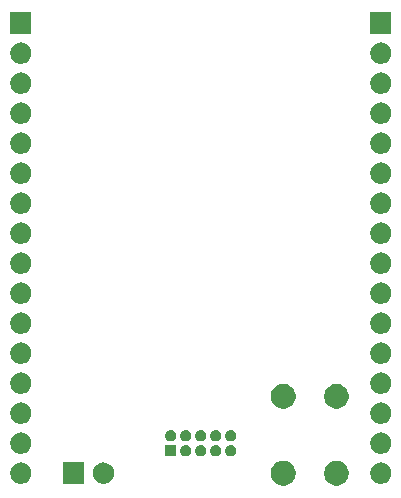
<source format=gbr>
G04 #@! TF.GenerationSoftware,KiCad,Pcbnew,(5.1.5)-3*
G04 #@! TF.CreationDate,2020-06-05T23:08:29+02:00*
G04 #@! TF.ProjectId,STM32F030K6Tx_Breakout,53544d33-3246-4303-9330-4b3654785f42,rev?*
G04 #@! TF.SameCoordinates,Original*
G04 #@! TF.FileFunction,Soldermask,Bot*
G04 #@! TF.FilePolarity,Negative*
%FSLAX46Y46*%
G04 Gerber Fmt 4.6, Leading zero omitted, Abs format (unit mm)*
G04 Created by KiCad (PCBNEW (5.1.5)-3) date 2020-06-05 23:08:29*
%MOMM*%
%LPD*%
G04 APERTURE LIST*
%ADD10C,0.100000*%
G04 APERTURE END LIST*
D10*
G36*
X121011564Y-75189389D02*
G01*
X121202833Y-75268615D01*
X121202835Y-75268616D01*
X121374973Y-75383635D01*
X121521365Y-75530027D01*
X121585256Y-75625646D01*
X121636385Y-75702167D01*
X121715611Y-75893436D01*
X121756000Y-76096484D01*
X121756000Y-76303516D01*
X121715611Y-76506564D01*
X121665815Y-76626782D01*
X121636384Y-76697835D01*
X121521365Y-76869973D01*
X121374973Y-77016365D01*
X121202835Y-77131384D01*
X121202834Y-77131385D01*
X121202833Y-77131385D01*
X121011564Y-77210611D01*
X120808516Y-77251000D01*
X120601484Y-77251000D01*
X120398436Y-77210611D01*
X120207167Y-77131385D01*
X120207166Y-77131385D01*
X120207165Y-77131384D01*
X120035027Y-77016365D01*
X119888635Y-76869973D01*
X119773616Y-76697835D01*
X119744185Y-76626782D01*
X119694389Y-76506564D01*
X119654000Y-76303516D01*
X119654000Y-76096484D01*
X119694389Y-75893436D01*
X119773615Y-75702167D01*
X119824745Y-75625646D01*
X119888635Y-75530027D01*
X120035027Y-75383635D01*
X120207165Y-75268616D01*
X120207167Y-75268615D01*
X120398436Y-75189389D01*
X120601484Y-75149000D01*
X120808516Y-75149000D01*
X121011564Y-75189389D01*
G37*
G36*
X116511564Y-75189389D02*
G01*
X116702833Y-75268615D01*
X116702835Y-75268616D01*
X116874973Y-75383635D01*
X117021365Y-75530027D01*
X117085256Y-75625646D01*
X117136385Y-75702167D01*
X117215611Y-75893436D01*
X117256000Y-76096484D01*
X117256000Y-76303516D01*
X117215611Y-76506564D01*
X117165815Y-76626782D01*
X117136384Y-76697835D01*
X117021365Y-76869973D01*
X116874973Y-77016365D01*
X116702835Y-77131384D01*
X116702834Y-77131385D01*
X116702833Y-77131385D01*
X116511564Y-77210611D01*
X116308516Y-77251000D01*
X116101484Y-77251000D01*
X115898436Y-77210611D01*
X115707167Y-77131385D01*
X115707166Y-77131385D01*
X115707165Y-77131384D01*
X115535027Y-77016365D01*
X115388635Y-76869973D01*
X115273616Y-76697835D01*
X115244185Y-76626782D01*
X115194389Y-76506564D01*
X115154000Y-76303516D01*
X115154000Y-76096484D01*
X115194389Y-75893436D01*
X115273615Y-75702167D01*
X115324745Y-75625646D01*
X115388635Y-75530027D01*
X115535027Y-75383635D01*
X115707165Y-75268616D01*
X115707167Y-75268615D01*
X115898436Y-75189389D01*
X116101484Y-75149000D01*
X116308516Y-75149000D01*
X116511564Y-75189389D01*
G37*
G36*
X99326000Y-77101000D02*
G01*
X97524000Y-77101000D01*
X97524000Y-75299000D01*
X99326000Y-75299000D01*
X99326000Y-77101000D01*
G37*
G36*
X101078512Y-75303927D02*
G01*
X101227812Y-75333624D01*
X101391784Y-75401544D01*
X101539354Y-75500147D01*
X101664853Y-75625646D01*
X101763456Y-75773216D01*
X101831376Y-75937188D01*
X101866000Y-76111259D01*
X101866000Y-76288741D01*
X101831376Y-76462812D01*
X101763456Y-76626784D01*
X101664853Y-76774354D01*
X101539354Y-76899853D01*
X101391784Y-76998456D01*
X101227812Y-77066376D01*
X101078512Y-77096073D01*
X101053742Y-77101000D01*
X100876258Y-77101000D01*
X100851488Y-77096073D01*
X100702188Y-77066376D01*
X100538216Y-76998456D01*
X100390646Y-76899853D01*
X100265147Y-76774354D01*
X100166544Y-76626784D01*
X100098624Y-76462812D01*
X100064000Y-76288741D01*
X100064000Y-76111259D01*
X100098624Y-75937188D01*
X100166544Y-75773216D01*
X100265147Y-75625646D01*
X100390646Y-75500147D01*
X100538216Y-75401544D01*
X100702188Y-75333624D01*
X100851488Y-75303927D01*
X100876258Y-75299000D01*
X101053742Y-75299000D01*
X101078512Y-75303927D01*
G37*
G36*
X94093512Y-75303927D02*
G01*
X94242812Y-75333624D01*
X94406784Y-75401544D01*
X94554354Y-75500147D01*
X94679853Y-75625646D01*
X94778456Y-75773216D01*
X94846376Y-75937188D01*
X94881000Y-76111259D01*
X94881000Y-76288741D01*
X94846376Y-76462812D01*
X94778456Y-76626784D01*
X94679853Y-76774354D01*
X94554354Y-76899853D01*
X94406784Y-76998456D01*
X94242812Y-77066376D01*
X94093512Y-77096073D01*
X94068742Y-77101000D01*
X93891258Y-77101000D01*
X93866488Y-77096073D01*
X93717188Y-77066376D01*
X93553216Y-76998456D01*
X93405646Y-76899853D01*
X93280147Y-76774354D01*
X93181544Y-76626784D01*
X93113624Y-76462812D01*
X93079000Y-76288741D01*
X93079000Y-76111259D01*
X93113624Y-75937188D01*
X93181544Y-75773216D01*
X93280147Y-75625646D01*
X93405646Y-75500147D01*
X93553216Y-75401544D01*
X93717188Y-75333624D01*
X93866488Y-75303927D01*
X93891258Y-75299000D01*
X94068742Y-75299000D01*
X94093512Y-75303927D01*
G37*
G36*
X124573512Y-75303927D02*
G01*
X124722812Y-75333624D01*
X124886784Y-75401544D01*
X125034354Y-75500147D01*
X125159853Y-75625646D01*
X125258456Y-75773216D01*
X125326376Y-75937188D01*
X125361000Y-76111259D01*
X125361000Y-76288741D01*
X125326376Y-76462812D01*
X125258456Y-76626784D01*
X125159853Y-76774354D01*
X125034354Y-76899853D01*
X124886784Y-76998456D01*
X124722812Y-77066376D01*
X124573512Y-77096073D01*
X124548742Y-77101000D01*
X124371258Y-77101000D01*
X124346488Y-77096073D01*
X124197188Y-77066376D01*
X124033216Y-76998456D01*
X123885646Y-76899853D01*
X123760147Y-76774354D01*
X123661544Y-76626784D01*
X123593624Y-76462812D01*
X123559000Y-76288741D01*
X123559000Y-76111259D01*
X123593624Y-75937188D01*
X123661544Y-75773216D01*
X123760147Y-75625646D01*
X123885646Y-75500147D01*
X124033216Y-75401544D01*
X124197188Y-75333624D01*
X124346488Y-75303927D01*
X124371258Y-75299000D01*
X124548742Y-75299000D01*
X124573512Y-75303927D01*
G37*
G36*
X108088843Y-73837292D02*
G01*
X108139588Y-73858311D01*
X108175470Y-73873174D01*
X108253432Y-73925267D01*
X108319733Y-73991568D01*
X108371826Y-74069530D01*
X108386689Y-74105412D01*
X108407708Y-74156157D01*
X108426000Y-74248117D01*
X108426000Y-74341883D01*
X108407708Y-74433843D01*
X108397513Y-74458456D01*
X108371826Y-74520470D01*
X108319733Y-74598432D01*
X108253432Y-74664733D01*
X108175470Y-74716826D01*
X108139588Y-74731689D01*
X108088843Y-74752708D01*
X107996883Y-74771000D01*
X107903117Y-74771000D01*
X107811157Y-74752708D01*
X107760412Y-74731689D01*
X107724530Y-74716826D01*
X107646568Y-74664733D01*
X107580267Y-74598432D01*
X107528174Y-74520470D01*
X107502487Y-74458456D01*
X107492292Y-74433843D01*
X107474000Y-74341883D01*
X107474000Y-74248117D01*
X107492292Y-74156157D01*
X107513311Y-74105412D01*
X107528174Y-74069530D01*
X107580267Y-73991568D01*
X107646568Y-73925267D01*
X107724530Y-73873174D01*
X107760412Y-73858311D01*
X107811157Y-73837292D01*
X107903117Y-73819000D01*
X107996883Y-73819000D01*
X108088843Y-73837292D01*
G37*
G36*
X107156000Y-74771000D02*
G01*
X106204000Y-74771000D01*
X106204000Y-73819000D01*
X107156000Y-73819000D01*
X107156000Y-74771000D01*
G37*
G36*
X109358843Y-73837292D02*
G01*
X109409588Y-73858311D01*
X109445470Y-73873174D01*
X109523432Y-73925267D01*
X109589733Y-73991568D01*
X109641826Y-74069530D01*
X109656689Y-74105412D01*
X109677708Y-74156157D01*
X109696000Y-74248117D01*
X109696000Y-74341883D01*
X109677708Y-74433843D01*
X109667513Y-74458456D01*
X109641826Y-74520470D01*
X109589733Y-74598432D01*
X109523432Y-74664733D01*
X109445470Y-74716826D01*
X109409588Y-74731689D01*
X109358843Y-74752708D01*
X109266883Y-74771000D01*
X109173117Y-74771000D01*
X109081157Y-74752708D01*
X109030412Y-74731689D01*
X108994530Y-74716826D01*
X108916568Y-74664733D01*
X108850267Y-74598432D01*
X108798174Y-74520470D01*
X108772487Y-74458456D01*
X108762292Y-74433843D01*
X108744000Y-74341883D01*
X108744000Y-74248117D01*
X108762292Y-74156157D01*
X108783311Y-74105412D01*
X108798174Y-74069530D01*
X108850267Y-73991568D01*
X108916568Y-73925267D01*
X108994530Y-73873174D01*
X109030412Y-73858311D01*
X109081157Y-73837292D01*
X109173117Y-73819000D01*
X109266883Y-73819000D01*
X109358843Y-73837292D01*
G37*
G36*
X110628843Y-73837292D02*
G01*
X110679588Y-73858311D01*
X110715470Y-73873174D01*
X110793432Y-73925267D01*
X110859733Y-73991568D01*
X110911826Y-74069530D01*
X110926689Y-74105412D01*
X110947708Y-74156157D01*
X110966000Y-74248117D01*
X110966000Y-74341883D01*
X110947708Y-74433843D01*
X110937513Y-74458456D01*
X110911826Y-74520470D01*
X110859733Y-74598432D01*
X110793432Y-74664733D01*
X110715470Y-74716826D01*
X110679588Y-74731689D01*
X110628843Y-74752708D01*
X110536883Y-74771000D01*
X110443117Y-74771000D01*
X110351157Y-74752708D01*
X110300412Y-74731689D01*
X110264530Y-74716826D01*
X110186568Y-74664733D01*
X110120267Y-74598432D01*
X110068174Y-74520470D01*
X110042487Y-74458456D01*
X110032292Y-74433843D01*
X110014000Y-74341883D01*
X110014000Y-74248117D01*
X110032292Y-74156157D01*
X110053311Y-74105412D01*
X110068174Y-74069530D01*
X110120267Y-73991568D01*
X110186568Y-73925267D01*
X110264530Y-73873174D01*
X110300412Y-73858311D01*
X110351157Y-73837292D01*
X110443117Y-73819000D01*
X110536883Y-73819000D01*
X110628843Y-73837292D01*
G37*
G36*
X111898843Y-73837292D02*
G01*
X111949588Y-73858311D01*
X111985470Y-73873174D01*
X112063432Y-73925267D01*
X112129733Y-73991568D01*
X112181826Y-74069530D01*
X112196689Y-74105412D01*
X112217708Y-74156157D01*
X112236000Y-74248117D01*
X112236000Y-74341883D01*
X112217708Y-74433843D01*
X112207513Y-74458456D01*
X112181826Y-74520470D01*
X112129733Y-74598432D01*
X112063432Y-74664733D01*
X111985470Y-74716826D01*
X111949588Y-74731689D01*
X111898843Y-74752708D01*
X111806883Y-74771000D01*
X111713117Y-74771000D01*
X111621157Y-74752708D01*
X111570412Y-74731689D01*
X111534530Y-74716826D01*
X111456568Y-74664733D01*
X111390267Y-74598432D01*
X111338174Y-74520470D01*
X111312487Y-74458456D01*
X111302292Y-74433843D01*
X111284000Y-74341883D01*
X111284000Y-74248117D01*
X111302292Y-74156157D01*
X111323311Y-74105412D01*
X111338174Y-74069530D01*
X111390267Y-73991568D01*
X111456568Y-73925267D01*
X111534530Y-73873174D01*
X111570412Y-73858311D01*
X111621157Y-73837292D01*
X111713117Y-73819000D01*
X111806883Y-73819000D01*
X111898843Y-73837292D01*
G37*
G36*
X124573512Y-72763927D02*
G01*
X124722812Y-72793624D01*
X124886784Y-72861544D01*
X125034354Y-72960147D01*
X125159853Y-73085646D01*
X125258456Y-73233216D01*
X125326376Y-73397188D01*
X125361000Y-73571259D01*
X125361000Y-73748741D01*
X125326376Y-73922812D01*
X125258456Y-74086784D01*
X125159853Y-74234354D01*
X125034354Y-74359853D01*
X124886784Y-74458456D01*
X124722812Y-74526376D01*
X124573512Y-74556073D01*
X124548742Y-74561000D01*
X124371258Y-74561000D01*
X124346488Y-74556073D01*
X124197188Y-74526376D01*
X124033216Y-74458456D01*
X123885646Y-74359853D01*
X123760147Y-74234354D01*
X123661544Y-74086784D01*
X123593624Y-73922812D01*
X123559000Y-73748741D01*
X123559000Y-73571259D01*
X123593624Y-73397188D01*
X123661544Y-73233216D01*
X123760147Y-73085646D01*
X123885646Y-72960147D01*
X124033216Y-72861544D01*
X124197188Y-72793624D01*
X124346488Y-72763927D01*
X124371258Y-72759000D01*
X124548742Y-72759000D01*
X124573512Y-72763927D01*
G37*
G36*
X94093512Y-72763927D02*
G01*
X94242812Y-72793624D01*
X94406784Y-72861544D01*
X94554354Y-72960147D01*
X94679853Y-73085646D01*
X94778456Y-73233216D01*
X94846376Y-73397188D01*
X94881000Y-73571259D01*
X94881000Y-73748741D01*
X94846376Y-73922812D01*
X94778456Y-74086784D01*
X94679853Y-74234354D01*
X94554354Y-74359853D01*
X94406784Y-74458456D01*
X94242812Y-74526376D01*
X94093512Y-74556073D01*
X94068742Y-74561000D01*
X93891258Y-74561000D01*
X93866488Y-74556073D01*
X93717188Y-74526376D01*
X93553216Y-74458456D01*
X93405646Y-74359853D01*
X93280147Y-74234354D01*
X93181544Y-74086784D01*
X93113624Y-73922812D01*
X93079000Y-73748741D01*
X93079000Y-73571259D01*
X93113624Y-73397188D01*
X93181544Y-73233216D01*
X93280147Y-73085646D01*
X93405646Y-72960147D01*
X93553216Y-72861544D01*
X93717188Y-72793624D01*
X93866488Y-72763927D01*
X93891258Y-72759000D01*
X94068742Y-72759000D01*
X94093512Y-72763927D01*
G37*
G36*
X110628843Y-72567292D02*
G01*
X110679588Y-72588311D01*
X110715470Y-72603174D01*
X110793432Y-72655267D01*
X110859733Y-72721568D01*
X110911826Y-72799530D01*
X110911826Y-72799531D01*
X110947708Y-72886157D01*
X110966000Y-72978117D01*
X110966000Y-73071883D01*
X110947708Y-73163843D01*
X110926689Y-73214588D01*
X110911826Y-73250470D01*
X110859733Y-73328432D01*
X110793432Y-73394733D01*
X110715470Y-73446826D01*
X110679588Y-73461689D01*
X110628843Y-73482708D01*
X110536883Y-73501000D01*
X110443117Y-73501000D01*
X110351157Y-73482708D01*
X110300412Y-73461689D01*
X110264530Y-73446826D01*
X110186568Y-73394733D01*
X110120267Y-73328432D01*
X110068174Y-73250470D01*
X110053311Y-73214588D01*
X110032292Y-73163843D01*
X110014000Y-73071883D01*
X110014000Y-72978117D01*
X110032292Y-72886157D01*
X110068174Y-72799531D01*
X110068174Y-72799530D01*
X110120267Y-72721568D01*
X110186568Y-72655267D01*
X110264530Y-72603174D01*
X110300412Y-72588311D01*
X110351157Y-72567292D01*
X110443117Y-72549000D01*
X110536883Y-72549000D01*
X110628843Y-72567292D01*
G37*
G36*
X111898843Y-72567292D02*
G01*
X111949588Y-72588311D01*
X111985470Y-72603174D01*
X112063432Y-72655267D01*
X112129733Y-72721568D01*
X112181826Y-72799530D01*
X112181826Y-72799531D01*
X112217708Y-72886157D01*
X112236000Y-72978117D01*
X112236000Y-73071883D01*
X112217708Y-73163843D01*
X112196689Y-73214588D01*
X112181826Y-73250470D01*
X112129733Y-73328432D01*
X112063432Y-73394733D01*
X111985470Y-73446826D01*
X111949588Y-73461689D01*
X111898843Y-73482708D01*
X111806883Y-73501000D01*
X111713117Y-73501000D01*
X111621157Y-73482708D01*
X111570412Y-73461689D01*
X111534530Y-73446826D01*
X111456568Y-73394733D01*
X111390267Y-73328432D01*
X111338174Y-73250470D01*
X111323311Y-73214588D01*
X111302292Y-73163843D01*
X111284000Y-73071883D01*
X111284000Y-72978117D01*
X111302292Y-72886157D01*
X111338174Y-72799531D01*
X111338174Y-72799530D01*
X111390267Y-72721568D01*
X111456568Y-72655267D01*
X111534530Y-72603174D01*
X111570412Y-72588311D01*
X111621157Y-72567292D01*
X111713117Y-72549000D01*
X111806883Y-72549000D01*
X111898843Y-72567292D01*
G37*
G36*
X109358843Y-72567292D02*
G01*
X109409588Y-72588311D01*
X109445470Y-72603174D01*
X109523432Y-72655267D01*
X109589733Y-72721568D01*
X109641826Y-72799530D01*
X109641826Y-72799531D01*
X109677708Y-72886157D01*
X109696000Y-72978117D01*
X109696000Y-73071883D01*
X109677708Y-73163843D01*
X109656689Y-73214588D01*
X109641826Y-73250470D01*
X109589733Y-73328432D01*
X109523432Y-73394733D01*
X109445470Y-73446826D01*
X109409588Y-73461689D01*
X109358843Y-73482708D01*
X109266883Y-73501000D01*
X109173117Y-73501000D01*
X109081157Y-73482708D01*
X109030412Y-73461689D01*
X108994530Y-73446826D01*
X108916568Y-73394733D01*
X108850267Y-73328432D01*
X108798174Y-73250470D01*
X108783311Y-73214588D01*
X108762292Y-73163843D01*
X108744000Y-73071883D01*
X108744000Y-72978117D01*
X108762292Y-72886157D01*
X108798174Y-72799531D01*
X108798174Y-72799530D01*
X108850267Y-72721568D01*
X108916568Y-72655267D01*
X108994530Y-72603174D01*
X109030412Y-72588311D01*
X109081157Y-72567292D01*
X109173117Y-72549000D01*
X109266883Y-72549000D01*
X109358843Y-72567292D01*
G37*
G36*
X108088843Y-72567292D02*
G01*
X108139588Y-72588311D01*
X108175470Y-72603174D01*
X108253432Y-72655267D01*
X108319733Y-72721568D01*
X108371826Y-72799530D01*
X108371826Y-72799531D01*
X108407708Y-72886157D01*
X108426000Y-72978117D01*
X108426000Y-73071883D01*
X108407708Y-73163843D01*
X108386689Y-73214588D01*
X108371826Y-73250470D01*
X108319733Y-73328432D01*
X108253432Y-73394733D01*
X108175470Y-73446826D01*
X108139588Y-73461689D01*
X108088843Y-73482708D01*
X107996883Y-73501000D01*
X107903117Y-73501000D01*
X107811157Y-73482708D01*
X107760412Y-73461689D01*
X107724530Y-73446826D01*
X107646568Y-73394733D01*
X107580267Y-73328432D01*
X107528174Y-73250470D01*
X107513311Y-73214588D01*
X107492292Y-73163843D01*
X107474000Y-73071883D01*
X107474000Y-72978117D01*
X107492292Y-72886157D01*
X107528174Y-72799531D01*
X107528174Y-72799530D01*
X107580267Y-72721568D01*
X107646568Y-72655267D01*
X107724530Y-72603174D01*
X107760412Y-72588311D01*
X107811157Y-72567292D01*
X107903117Y-72549000D01*
X107996883Y-72549000D01*
X108088843Y-72567292D01*
G37*
G36*
X106818843Y-72567292D02*
G01*
X106869588Y-72588311D01*
X106905470Y-72603174D01*
X106983432Y-72655267D01*
X107049733Y-72721568D01*
X107101826Y-72799530D01*
X107101826Y-72799531D01*
X107137708Y-72886157D01*
X107156000Y-72978117D01*
X107156000Y-73071883D01*
X107137708Y-73163843D01*
X107116689Y-73214588D01*
X107101826Y-73250470D01*
X107049733Y-73328432D01*
X106983432Y-73394733D01*
X106905470Y-73446826D01*
X106869588Y-73461689D01*
X106818843Y-73482708D01*
X106726883Y-73501000D01*
X106633117Y-73501000D01*
X106541157Y-73482708D01*
X106490412Y-73461689D01*
X106454530Y-73446826D01*
X106376568Y-73394733D01*
X106310267Y-73328432D01*
X106258174Y-73250470D01*
X106243311Y-73214588D01*
X106222292Y-73163843D01*
X106204000Y-73071883D01*
X106204000Y-72978117D01*
X106222292Y-72886157D01*
X106258174Y-72799531D01*
X106258174Y-72799530D01*
X106310267Y-72721568D01*
X106376568Y-72655267D01*
X106454530Y-72603174D01*
X106490412Y-72588311D01*
X106541157Y-72567292D01*
X106633117Y-72549000D01*
X106726883Y-72549000D01*
X106818843Y-72567292D01*
G37*
G36*
X94093512Y-70223927D02*
G01*
X94242812Y-70253624D01*
X94406784Y-70321544D01*
X94554354Y-70420147D01*
X94679853Y-70545646D01*
X94778456Y-70693216D01*
X94846376Y-70857188D01*
X94881000Y-71031259D01*
X94881000Y-71208741D01*
X94846376Y-71382812D01*
X94778456Y-71546784D01*
X94679853Y-71694354D01*
X94554354Y-71819853D01*
X94406784Y-71918456D01*
X94242812Y-71986376D01*
X94093512Y-72016073D01*
X94068742Y-72021000D01*
X93891258Y-72021000D01*
X93866488Y-72016073D01*
X93717188Y-71986376D01*
X93553216Y-71918456D01*
X93405646Y-71819853D01*
X93280147Y-71694354D01*
X93181544Y-71546784D01*
X93113624Y-71382812D01*
X93079000Y-71208741D01*
X93079000Y-71031259D01*
X93113624Y-70857188D01*
X93181544Y-70693216D01*
X93280147Y-70545646D01*
X93405646Y-70420147D01*
X93553216Y-70321544D01*
X93717188Y-70253624D01*
X93866488Y-70223927D01*
X93891258Y-70219000D01*
X94068742Y-70219000D01*
X94093512Y-70223927D01*
G37*
G36*
X124573512Y-70223927D02*
G01*
X124722812Y-70253624D01*
X124886784Y-70321544D01*
X125034354Y-70420147D01*
X125159853Y-70545646D01*
X125258456Y-70693216D01*
X125326376Y-70857188D01*
X125361000Y-71031259D01*
X125361000Y-71208741D01*
X125326376Y-71382812D01*
X125258456Y-71546784D01*
X125159853Y-71694354D01*
X125034354Y-71819853D01*
X124886784Y-71918456D01*
X124722812Y-71986376D01*
X124573512Y-72016073D01*
X124548742Y-72021000D01*
X124371258Y-72021000D01*
X124346488Y-72016073D01*
X124197188Y-71986376D01*
X124033216Y-71918456D01*
X123885646Y-71819853D01*
X123760147Y-71694354D01*
X123661544Y-71546784D01*
X123593624Y-71382812D01*
X123559000Y-71208741D01*
X123559000Y-71031259D01*
X123593624Y-70857188D01*
X123661544Y-70693216D01*
X123760147Y-70545646D01*
X123885646Y-70420147D01*
X124033216Y-70321544D01*
X124197188Y-70253624D01*
X124346488Y-70223927D01*
X124371258Y-70219000D01*
X124548742Y-70219000D01*
X124573512Y-70223927D01*
G37*
G36*
X116511564Y-68689389D02*
G01*
X116702833Y-68768615D01*
X116702835Y-68768616D01*
X116874973Y-68883635D01*
X117021365Y-69030027D01*
X117104438Y-69154354D01*
X117136385Y-69202167D01*
X117215611Y-69393436D01*
X117256000Y-69596484D01*
X117256000Y-69803516D01*
X117215611Y-70006564D01*
X117136385Y-70197833D01*
X117136384Y-70197835D01*
X117021365Y-70369973D01*
X116874973Y-70516365D01*
X116702835Y-70631384D01*
X116702834Y-70631385D01*
X116702833Y-70631385D01*
X116511564Y-70710611D01*
X116308516Y-70751000D01*
X116101484Y-70751000D01*
X115898436Y-70710611D01*
X115707167Y-70631385D01*
X115707166Y-70631385D01*
X115707165Y-70631384D01*
X115535027Y-70516365D01*
X115388635Y-70369973D01*
X115273616Y-70197835D01*
X115273615Y-70197833D01*
X115194389Y-70006564D01*
X115154000Y-69803516D01*
X115154000Y-69596484D01*
X115194389Y-69393436D01*
X115273615Y-69202167D01*
X115305563Y-69154354D01*
X115388635Y-69030027D01*
X115535027Y-68883635D01*
X115707165Y-68768616D01*
X115707167Y-68768615D01*
X115898436Y-68689389D01*
X116101484Y-68649000D01*
X116308516Y-68649000D01*
X116511564Y-68689389D01*
G37*
G36*
X121011564Y-68689389D02*
G01*
X121202833Y-68768615D01*
X121202835Y-68768616D01*
X121374973Y-68883635D01*
X121521365Y-69030027D01*
X121604438Y-69154354D01*
X121636385Y-69202167D01*
X121715611Y-69393436D01*
X121756000Y-69596484D01*
X121756000Y-69803516D01*
X121715611Y-70006564D01*
X121636385Y-70197833D01*
X121636384Y-70197835D01*
X121521365Y-70369973D01*
X121374973Y-70516365D01*
X121202835Y-70631384D01*
X121202834Y-70631385D01*
X121202833Y-70631385D01*
X121011564Y-70710611D01*
X120808516Y-70751000D01*
X120601484Y-70751000D01*
X120398436Y-70710611D01*
X120207167Y-70631385D01*
X120207166Y-70631385D01*
X120207165Y-70631384D01*
X120035027Y-70516365D01*
X119888635Y-70369973D01*
X119773616Y-70197835D01*
X119773615Y-70197833D01*
X119694389Y-70006564D01*
X119654000Y-69803516D01*
X119654000Y-69596484D01*
X119694389Y-69393436D01*
X119773615Y-69202167D01*
X119805563Y-69154354D01*
X119888635Y-69030027D01*
X120035027Y-68883635D01*
X120207165Y-68768616D01*
X120207167Y-68768615D01*
X120398436Y-68689389D01*
X120601484Y-68649000D01*
X120808516Y-68649000D01*
X121011564Y-68689389D01*
G37*
G36*
X124573512Y-67683927D02*
G01*
X124722812Y-67713624D01*
X124886784Y-67781544D01*
X125034354Y-67880147D01*
X125159853Y-68005646D01*
X125258456Y-68153216D01*
X125326376Y-68317188D01*
X125361000Y-68491259D01*
X125361000Y-68668741D01*
X125326376Y-68842812D01*
X125258456Y-69006784D01*
X125159853Y-69154354D01*
X125034354Y-69279853D01*
X124886784Y-69378456D01*
X124722812Y-69446376D01*
X124573512Y-69476073D01*
X124548742Y-69481000D01*
X124371258Y-69481000D01*
X124346488Y-69476073D01*
X124197188Y-69446376D01*
X124033216Y-69378456D01*
X123885646Y-69279853D01*
X123760147Y-69154354D01*
X123661544Y-69006784D01*
X123593624Y-68842812D01*
X123559000Y-68668741D01*
X123559000Y-68491259D01*
X123593624Y-68317188D01*
X123661544Y-68153216D01*
X123760147Y-68005646D01*
X123885646Y-67880147D01*
X124033216Y-67781544D01*
X124197188Y-67713624D01*
X124346488Y-67683927D01*
X124371258Y-67679000D01*
X124548742Y-67679000D01*
X124573512Y-67683927D01*
G37*
G36*
X94093512Y-67683927D02*
G01*
X94242812Y-67713624D01*
X94406784Y-67781544D01*
X94554354Y-67880147D01*
X94679853Y-68005646D01*
X94778456Y-68153216D01*
X94846376Y-68317188D01*
X94881000Y-68491259D01*
X94881000Y-68668741D01*
X94846376Y-68842812D01*
X94778456Y-69006784D01*
X94679853Y-69154354D01*
X94554354Y-69279853D01*
X94406784Y-69378456D01*
X94242812Y-69446376D01*
X94093512Y-69476073D01*
X94068742Y-69481000D01*
X93891258Y-69481000D01*
X93866488Y-69476073D01*
X93717188Y-69446376D01*
X93553216Y-69378456D01*
X93405646Y-69279853D01*
X93280147Y-69154354D01*
X93181544Y-69006784D01*
X93113624Y-68842812D01*
X93079000Y-68668741D01*
X93079000Y-68491259D01*
X93113624Y-68317188D01*
X93181544Y-68153216D01*
X93280147Y-68005646D01*
X93405646Y-67880147D01*
X93553216Y-67781544D01*
X93717188Y-67713624D01*
X93866488Y-67683927D01*
X93891258Y-67679000D01*
X94068742Y-67679000D01*
X94093512Y-67683927D01*
G37*
G36*
X124573512Y-65143927D02*
G01*
X124722812Y-65173624D01*
X124886784Y-65241544D01*
X125034354Y-65340147D01*
X125159853Y-65465646D01*
X125258456Y-65613216D01*
X125326376Y-65777188D01*
X125361000Y-65951259D01*
X125361000Y-66128741D01*
X125326376Y-66302812D01*
X125258456Y-66466784D01*
X125159853Y-66614354D01*
X125034354Y-66739853D01*
X124886784Y-66838456D01*
X124722812Y-66906376D01*
X124573512Y-66936073D01*
X124548742Y-66941000D01*
X124371258Y-66941000D01*
X124346488Y-66936073D01*
X124197188Y-66906376D01*
X124033216Y-66838456D01*
X123885646Y-66739853D01*
X123760147Y-66614354D01*
X123661544Y-66466784D01*
X123593624Y-66302812D01*
X123559000Y-66128741D01*
X123559000Y-65951259D01*
X123593624Y-65777188D01*
X123661544Y-65613216D01*
X123760147Y-65465646D01*
X123885646Y-65340147D01*
X124033216Y-65241544D01*
X124197188Y-65173624D01*
X124346488Y-65143927D01*
X124371258Y-65139000D01*
X124548742Y-65139000D01*
X124573512Y-65143927D01*
G37*
G36*
X94093512Y-65143927D02*
G01*
X94242812Y-65173624D01*
X94406784Y-65241544D01*
X94554354Y-65340147D01*
X94679853Y-65465646D01*
X94778456Y-65613216D01*
X94846376Y-65777188D01*
X94881000Y-65951259D01*
X94881000Y-66128741D01*
X94846376Y-66302812D01*
X94778456Y-66466784D01*
X94679853Y-66614354D01*
X94554354Y-66739853D01*
X94406784Y-66838456D01*
X94242812Y-66906376D01*
X94093512Y-66936073D01*
X94068742Y-66941000D01*
X93891258Y-66941000D01*
X93866488Y-66936073D01*
X93717188Y-66906376D01*
X93553216Y-66838456D01*
X93405646Y-66739853D01*
X93280147Y-66614354D01*
X93181544Y-66466784D01*
X93113624Y-66302812D01*
X93079000Y-66128741D01*
X93079000Y-65951259D01*
X93113624Y-65777188D01*
X93181544Y-65613216D01*
X93280147Y-65465646D01*
X93405646Y-65340147D01*
X93553216Y-65241544D01*
X93717188Y-65173624D01*
X93866488Y-65143927D01*
X93891258Y-65139000D01*
X94068742Y-65139000D01*
X94093512Y-65143927D01*
G37*
G36*
X94093512Y-62603927D02*
G01*
X94242812Y-62633624D01*
X94406784Y-62701544D01*
X94554354Y-62800147D01*
X94679853Y-62925646D01*
X94778456Y-63073216D01*
X94846376Y-63237188D01*
X94881000Y-63411259D01*
X94881000Y-63588741D01*
X94846376Y-63762812D01*
X94778456Y-63926784D01*
X94679853Y-64074354D01*
X94554354Y-64199853D01*
X94406784Y-64298456D01*
X94242812Y-64366376D01*
X94093512Y-64396073D01*
X94068742Y-64401000D01*
X93891258Y-64401000D01*
X93866488Y-64396073D01*
X93717188Y-64366376D01*
X93553216Y-64298456D01*
X93405646Y-64199853D01*
X93280147Y-64074354D01*
X93181544Y-63926784D01*
X93113624Y-63762812D01*
X93079000Y-63588741D01*
X93079000Y-63411259D01*
X93113624Y-63237188D01*
X93181544Y-63073216D01*
X93280147Y-62925646D01*
X93405646Y-62800147D01*
X93553216Y-62701544D01*
X93717188Y-62633624D01*
X93866488Y-62603927D01*
X93891258Y-62599000D01*
X94068742Y-62599000D01*
X94093512Y-62603927D01*
G37*
G36*
X124573512Y-62603927D02*
G01*
X124722812Y-62633624D01*
X124886784Y-62701544D01*
X125034354Y-62800147D01*
X125159853Y-62925646D01*
X125258456Y-63073216D01*
X125326376Y-63237188D01*
X125361000Y-63411259D01*
X125361000Y-63588741D01*
X125326376Y-63762812D01*
X125258456Y-63926784D01*
X125159853Y-64074354D01*
X125034354Y-64199853D01*
X124886784Y-64298456D01*
X124722812Y-64366376D01*
X124573512Y-64396073D01*
X124548742Y-64401000D01*
X124371258Y-64401000D01*
X124346488Y-64396073D01*
X124197188Y-64366376D01*
X124033216Y-64298456D01*
X123885646Y-64199853D01*
X123760147Y-64074354D01*
X123661544Y-63926784D01*
X123593624Y-63762812D01*
X123559000Y-63588741D01*
X123559000Y-63411259D01*
X123593624Y-63237188D01*
X123661544Y-63073216D01*
X123760147Y-62925646D01*
X123885646Y-62800147D01*
X124033216Y-62701544D01*
X124197188Y-62633624D01*
X124346488Y-62603927D01*
X124371258Y-62599000D01*
X124548742Y-62599000D01*
X124573512Y-62603927D01*
G37*
G36*
X124573512Y-60063927D02*
G01*
X124722812Y-60093624D01*
X124886784Y-60161544D01*
X125034354Y-60260147D01*
X125159853Y-60385646D01*
X125258456Y-60533216D01*
X125326376Y-60697188D01*
X125361000Y-60871259D01*
X125361000Y-61048741D01*
X125326376Y-61222812D01*
X125258456Y-61386784D01*
X125159853Y-61534354D01*
X125034354Y-61659853D01*
X124886784Y-61758456D01*
X124722812Y-61826376D01*
X124573512Y-61856073D01*
X124548742Y-61861000D01*
X124371258Y-61861000D01*
X124346488Y-61856073D01*
X124197188Y-61826376D01*
X124033216Y-61758456D01*
X123885646Y-61659853D01*
X123760147Y-61534354D01*
X123661544Y-61386784D01*
X123593624Y-61222812D01*
X123559000Y-61048741D01*
X123559000Y-60871259D01*
X123593624Y-60697188D01*
X123661544Y-60533216D01*
X123760147Y-60385646D01*
X123885646Y-60260147D01*
X124033216Y-60161544D01*
X124197188Y-60093624D01*
X124346488Y-60063927D01*
X124371258Y-60059000D01*
X124548742Y-60059000D01*
X124573512Y-60063927D01*
G37*
G36*
X94093512Y-60063927D02*
G01*
X94242812Y-60093624D01*
X94406784Y-60161544D01*
X94554354Y-60260147D01*
X94679853Y-60385646D01*
X94778456Y-60533216D01*
X94846376Y-60697188D01*
X94881000Y-60871259D01*
X94881000Y-61048741D01*
X94846376Y-61222812D01*
X94778456Y-61386784D01*
X94679853Y-61534354D01*
X94554354Y-61659853D01*
X94406784Y-61758456D01*
X94242812Y-61826376D01*
X94093512Y-61856073D01*
X94068742Y-61861000D01*
X93891258Y-61861000D01*
X93866488Y-61856073D01*
X93717188Y-61826376D01*
X93553216Y-61758456D01*
X93405646Y-61659853D01*
X93280147Y-61534354D01*
X93181544Y-61386784D01*
X93113624Y-61222812D01*
X93079000Y-61048741D01*
X93079000Y-60871259D01*
X93113624Y-60697188D01*
X93181544Y-60533216D01*
X93280147Y-60385646D01*
X93405646Y-60260147D01*
X93553216Y-60161544D01*
X93717188Y-60093624D01*
X93866488Y-60063927D01*
X93891258Y-60059000D01*
X94068742Y-60059000D01*
X94093512Y-60063927D01*
G37*
G36*
X94093512Y-57523927D02*
G01*
X94242812Y-57553624D01*
X94406784Y-57621544D01*
X94554354Y-57720147D01*
X94679853Y-57845646D01*
X94778456Y-57993216D01*
X94846376Y-58157188D01*
X94881000Y-58331259D01*
X94881000Y-58508741D01*
X94846376Y-58682812D01*
X94778456Y-58846784D01*
X94679853Y-58994354D01*
X94554354Y-59119853D01*
X94406784Y-59218456D01*
X94242812Y-59286376D01*
X94093512Y-59316073D01*
X94068742Y-59321000D01*
X93891258Y-59321000D01*
X93866488Y-59316073D01*
X93717188Y-59286376D01*
X93553216Y-59218456D01*
X93405646Y-59119853D01*
X93280147Y-58994354D01*
X93181544Y-58846784D01*
X93113624Y-58682812D01*
X93079000Y-58508741D01*
X93079000Y-58331259D01*
X93113624Y-58157188D01*
X93181544Y-57993216D01*
X93280147Y-57845646D01*
X93405646Y-57720147D01*
X93553216Y-57621544D01*
X93717188Y-57553624D01*
X93866488Y-57523927D01*
X93891258Y-57519000D01*
X94068742Y-57519000D01*
X94093512Y-57523927D01*
G37*
G36*
X124573512Y-57523927D02*
G01*
X124722812Y-57553624D01*
X124886784Y-57621544D01*
X125034354Y-57720147D01*
X125159853Y-57845646D01*
X125258456Y-57993216D01*
X125326376Y-58157188D01*
X125361000Y-58331259D01*
X125361000Y-58508741D01*
X125326376Y-58682812D01*
X125258456Y-58846784D01*
X125159853Y-58994354D01*
X125034354Y-59119853D01*
X124886784Y-59218456D01*
X124722812Y-59286376D01*
X124573512Y-59316073D01*
X124548742Y-59321000D01*
X124371258Y-59321000D01*
X124346488Y-59316073D01*
X124197188Y-59286376D01*
X124033216Y-59218456D01*
X123885646Y-59119853D01*
X123760147Y-58994354D01*
X123661544Y-58846784D01*
X123593624Y-58682812D01*
X123559000Y-58508741D01*
X123559000Y-58331259D01*
X123593624Y-58157188D01*
X123661544Y-57993216D01*
X123760147Y-57845646D01*
X123885646Y-57720147D01*
X124033216Y-57621544D01*
X124197188Y-57553624D01*
X124346488Y-57523927D01*
X124371258Y-57519000D01*
X124548742Y-57519000D01*
X124573512Y-57523927D01*
G37*
G36*
X124573512Y-54983927D02*
G01*
X124722812Y-55013624D01*
X124886784Y-55081544D01*
X125034354Y-55180147D01*
X125159853Y-55305646D01*
X125258456Y-55453216D01*
X125326376Y-55617188D01*
X125361000Y-55791259D01*
X125361000Y-55968741D01*
X125326376Y-56142812D01*
X125258456Y-56306784D01*
X125159853Y-56454354D01*
X125034354Y-56579853D01*
X124886784Y-56678456D01*
X124722812Y-56746376D01*
X124573512Y-56776073D01*
X124548742Y-56781000D01*
X124371258Y-56781000D01*
X124346488Y-56776073D01*
X124197188Y-56746376D01*
X124033216Y-56678456D01*
X123885646Y-56579853D01*
X123760147Y-56454354D01*
X123661544Y-56306784D01*
X123593624Y-56142812D01*
X123559000Y-55968741D01*
X123559000Y-55791259D01*
X123593624Y-55617188D01*
X123661544Y-55453216D01*
X123760147Y-55305646D01*
X123885646Y-55180147D01*
X124033216Y-55081544D01*
X124197188Y-55013624D01*
X124346488Y-54983927D01*
X124371258Y-54979000D01*
X124548742Y-54979000D01*
X124573512Y-54983927D01*
G37*
G36*
X94093512Y-54983927D02*
G01*
X94242812Y-55013624D01*
X94406784Y-55081544D01*
X94554354Y-55180147D01*
X94679853Y-55305646D01*
X94778456Y-55453216D01*
X94846376Y-55617188D01*
X94881000Y-55791259D01*
X94881000Y-55968741D01*
X94846376Y-56142812D01*
X94778456Y-56306784D01*
X94679853Y-56454354D01*
X94554354Y-56579853D01*
X94406784Y-56678456D01*
X94242812Y-56746376D01*
X94093512Y-56776073D01*
X94068742Y-56781000D01*
X93891258Y-56781000D01*
X93866488Y-56776073D01*
X93717188Y-56746376D01*
X93553216Y-56678456D01*
X93405646Y-56579853D01*
X93280147Y-56454354D01*
X93181544Y-56306784D01*
X93113624Y-56142812D01*
X93079000Y-55968741D01*
X93079000Y-55791259D01*
X93113624Y-55617188D01*
X93181544Y-55453216D01*
X93280147Y-55305646D01*
X93405646Y-55180147D01*
X93553216Y-55081544D01*
X93717188Y-55013624D01*
X93866488Y-54983927D01*
X93891258Y-54979000D01*
X94068742Y-54979000D01*
X94093512Y-54983927D01*
G37*
G36*
X124573512Y-52443927D02*
G01*
X124722812Y-52473624D01*
X124886784Y-52541544D01*
X125034354Y-52640147D01*
X125159853Y-52765646D01*
X125258456Y-52913216D01*
X125326376Y-53077188D01*
X125361000Y-53251259D01*
X125361000Y-53428741D01*
X125326376Y-53602812D01*
X125258456Y-53766784D01*
X125159853Y-53914354D01*
X125034354Y-54039853D01*
X124886784Y-54138456D01*
X124722812Y-54206376D01*
X124573512Y-54236073D01*
X124548742Y-54241000D01*
X124371258Y-54241000D01*
X124346488Y-54236073D01*
X124197188Y-54206376D01*
X124033216Y-54138456D01*
X123885646Y-54039853D01*
X123760147Y-53914354D01*
X123661544Y-53766784D01*
X123593624Y-53602812D01*
X123559000Y-53428741D01*
X123559000Y-53251259D01*
X123593624Y-53077188D01*
X123661544Y-52913216D01*
X123760147Y-52765646D01*
X123885646Y-52640147D01*
X124033216Y-52541544D01*
X124197188Y-52473624D01*
X124346488Y-52443927D01*
X124371258Y-52439000D01*
X124548742Y-52439000D01*
X124573512Y-52443927D01*
G37*
G36*
X94093512Y-52443927D02*
G01*
X94242812Y-52473624D01*
X94406784Y-52541544D01*
X94554354Y-52640147D01*
X94679853Y-52765646D01*
X94778456Y-52913216D01*
X94846376Y-53077188D01*
X94881000Y-53251259D01*
X94881000Y-53428741D01*
X94846376Y-53602812D01*
X94778456Y-53766784D01*
X94679853Y-53914354D01*
X94554354Y-54039853D01*
X94406784Y-54138456D01*
X94242812Y-54206376D01*
X94093512Y-54236073D01*
X94068742Y-54241000D01*
X93891258Y-54241000D01*
X93866488Y-54236073D01*
X93717188Y-54206376D01*
X93553216Y-54138456D01*
X93405646Y-54039853D01*
X93280147Y-53914354D01*
X93181544Y-53766784D01*
X93113624Y-53602812D01*
X93079000Y-53428741D01*
X93079000Y-53251259D01*
X93113624Y-53077188D01*
X93181544Y-52913216D01*
X93280147Y-52765646D01*
X93405646Y-52640147D01*
X93553216Y-52541544D01*
X93717188Y-52473624D01*
X93866488Y-52443927D01*
X93891258Y-52439000D01*
X94068742Y-52439000D01*
X94093512Y-52443927D01*
G37*
G36*
X94093512Y-49903927D02*
G01*
X94242812Y-49933624D01*
X94406784Y-50001544D01*
X94554354Y-50100147D01*
X94679853Y-50225646D01*
X94778456Y-50373216D01*
X94846376Y-50537188D01*
X94881000Y-50711259D01*
X94881000Y-50888741D01*
X94846376Y-51062812D01*
X94778456Y-51226784D01*
X94679853Y-51374354D01*
X94554354Y-51499853D01*
X94406784Y-51598456D01*
X94242812Y-51666376D01*
X94093512Y-51696073D01*
X94068742Y-51701000D01*
X93891258Y-51701000D01*
X93866488Y-51696073D01*
X93717188Y-51666376D01*
X93553216Y-51598456D01*
X93405646Y-51499853D01*
X93280147Y-51374354D01*
X93181544Y-51226784D01*
X93113624Y-51062812D01*
X93079000Y-50888741D01*
X93079000Y-50711259D01*
X93113624Y-50537188D01*
X93181544Y-50373216D01*
X93280147Y-50225646D01*
X93405646Y-50100147D01*
X93553216Y-50001544D01*
X93717188Y-49933624D01*
X93866488Y-49903927D01*
X93891258Y-49899000D01*
X94068742Y-49899000D01*
X94093512Y-49903927D01*
G37*
G36*
X124573512Y-49903927D02*
G01*
X124722812Y-49933624D01*
X124886784Y-50001544D01*
X125034354Y-50100147D01*
X125159853Y-50225646D01*
X125258456Y-50373216D01*
X125326376Y-50537188D01*
X125361000Y-50711259D01*
X125361000Y-50888741D01*
X125326376Y-51062812D01*
X125258456Y-51226784D01*
X125159853Y-51374354D01*
X125034354Y-51499853D01*
X124886784Y-51598456D01*
X124722812Y-51666376D01*
X124573512Y-51696073D01*
X124548742Y-51701000D01*
X124371258Y-51701000D01*
X124346488Y-51696073D01*
X124197188Y-51666376D01*
X124033216Y-51598456D01*
X123885646Y-51499853D01*
X123760147Y-51374354D01*
X123661544Y-51226784D01*
X123593624Y-51062812D01*
X123559000Y-50888741D01*
X123559000Y-50711259D01*
X123593624Y-50537188D01*
X123661544Y-50373216D01*
X123760147Y-50225646D01*
X123885646Y-50100147D01*
X124033216Y-50001544D01*
X124197188Y-49933624D01*
X124346488Y-49903927D01*
X124371258Y-49899000D01*
X124548742Y-49899000D01*
X124573512Y-49903927D01*
G37*
G36*
X94093512Y-47363927D02*
G01*
X94242812Y-47393624D01*
X94406784Y-47461544D01*
X94554354Y-47560147D01*
X94679853Y-47685646D01*
X94778456Y-47833216D01*
X94846376Y-47997188D01*
X94881000Y-48171259D01*
X94881000Y-48348741D01*
X94846376Y-48522812D01*
X94778456Y-48686784D01*
X94679853Y-48834354D01*
X94554354Y-48959853D01*
X94406784Y-49058456D01*
X94242812Y-49126376D01*
X94093512Y-49156073D01*
X94068742Y-49161000D01*
X93891258Y-49161000D01*
X93866488Y-49156073D01*
X93717188Y-49126376D01*
X93553216Y-49058456D01*
X93405646Y-48959853D01*
X93280147Y-48834354D01*
X93181544Y-48686784D01*
X93113624Y-48522812D01*
X93079000Y-48348741D01*
X93079000Y-48171259D01*
X93113624Y-47997188D01*
X93181544Y-47833216D01*
X93280147Y-47685646D01*
X93405646Y-47560147D01*
X93553216Y-47461544D01*
X93717188Y-47393624D01*
X93866488Y-47363927D01*
X93891258Y-47359000D01*
X94068742Y-47359000D01*
X94093512Y-47363927D01*
G37*
G36*
X124573512Y-47363927D02*
G01*
X124722812Y-47393624D01*
X124886784Y-47461544D01*
X125034354Y-47560147D01*
X125159853Y-47685646D01*
X125258456Y-47833216D01*
X125326376Y-47997188D01*
X125361000Y-48171259D01*
X125361000Y-48348741D01*
X125326376Y-48522812D01*
X125258456Y-48686784D01*
X125159853Y-48834354D01*
X125034354Y-48959853D01*
X124886784Y-49058456D01*
X124722812Y-49126376D01*
X124573512Y-49156073D01*
X124548742Y-49161000D01*
X124371258Y-49161000D01*
X124346488Y-49156073D01*
X124197188Y-49126376D01*
X124033216Y-49058456D01*
X123885646Y-48959853D01*
X123760147Y-48834354D01*
X123661544Y-48686784D01*
X123593624Y-48522812D01*
X123559000Y-48348741D01*
X123559000Y-48171259D01*
X123593624Y-47997188D01*
X123661544Y-47833216D01*
X123760147Y-47685646D01*
X123885646Y-47560147D01*
X124033216Y-47461544D01*
X124197188Y-47393624D01*
X124346488Y-47363927D01*
X124371258Y-47359000D01*
X124548742Y-47359000D01*
X124573512Y-47363927D01*
G37*
G36*
X94093512Y-44823927D02*
G01*
X94242812Y-44853624D01*
X94406784Y-44921544D01*
X94554354Y-45020147D01*
X94679853Y-45145646D01*
X94778456Y-45293216D01*
X94846376Y-45457188D01*
X94881000Y-45631259D01*
X94881000Y-45808741D01*
X94846376Y-45982812D01*
X94778456Y-46146784D01*
X94679853Y-46294354D01*
X94554354Y-46419853D01*
X94406784Y-46518456D01*
X94242812Y-46586376D01*
X94093512Y-46616073D01*
X94068742Y-46621000D01*
X93891258Y-46621000D01*
X93866488Y-46616073D01*
X93717188Y-46586376D01*
X93553216Y-46518456D01*
X93405646Y-46419853D01*
X93280147Y-46294354D01*
X93181544Y-46146784D01*
X93113624Y-45982812D01*
X93079000Y-45808741D01*
X93079000Y-45631259D01*
X93113624Y-45457188D01*
X93181544Y-45293216D01*
X93280147Y-45145646D01*
X93405646Y-45020147D01*
X93553216Y-44921544D01*
X93717188Y-44853624D01*
X93866488Y-44823927D01*
X93891258Y-44819000D01*
X94068742Y-44819000D01*
X94093512Y-44823927D01*
G37*
G36*
X124573512Y-44823927D02*
G01*
X124722812Y-44853624D01*
X124886784Y-44921544D01*
X125034354Y-45020147D01*
X125159853Y-45145646D01*
X125258456Y-45293216D01*
X125326376Y-45457188D01*
X125361000Y-45631259D01*
X125361000Y-45808741D01*
X125326376Y-45982812D01*
X125258456Y-46146784D01*
X125159853Y-46294354D01*
X125034354Y-46419853D01*
X124886784Y-46518456D01*
X124722812Y-46586376D01*
X124573512Y-46616073D01*
X124548742Y-46621000D01*
X124371258Y-46621000D01*
X124346488Y-46616073D01*
X124197188Y-46586376D01*
X124033216Y-46518456D01*
X123885646Y-46419853D01*
X123760147Y-46294354D01*
X123661544Y-46146784D01*
X123593624Y-45982812D01*
X123559000Y-45808741D01*
X123559000Y-45631259D01*
X123593624Y-45457188D01*
X123661544Y-45293216D01*
X123760147Y-45145646D01*
X123885646Y-45020147D01*
X124033216Y-44921544D01*
X124197188Y-44853624D01*
X124346488Y-44823927D01*
X124371258Y-44819000D01*
X124548742Y-44819000D01*
X124573512Y-44823927D01*
G37*
G36*
X94093512Y-42283927D02*
G01*
X94242812Y-42313624D01*
X94406784Y-42381544D01*
X94554354Y-42480147D01*
X94679853Y-42605646D01*
X94778456Y-42753216D01*
X94846376Y-42917188D01*
X94881000Y-43091259D01*
X94881000Y-43268741D01*
X94846376Y-43442812D01*
X94778456Y-43606784D01*
X94679853Y-43754354D01*
X94554354Y-43879853D01*
X94406784Y-43978456D01*
X94242812Y-44046376D01*
X94093512Y-44076073D01*
X94068742Y-44081000D01*
X93891258Y-44081000D01*
X93866488Y-44076073D01*
X93717188Y-44046376D01*
X93553216Y-43978456D01*
X93405646Y-43879853D01*
X93280147Y-43754354D01*
X93181544Y-43606784D01*
X93113624Y-43442812D01*
X93079000Y-43268741D01*
X93079000Y-43091259D01*
X93113624Y-42917188D01*
X93181544Y-42753216D01*
X93280147Y-42605646D01*
X93405646Y-42480147D01*
X93553216Y-42381544D01*
X93717188Y-42313624D01*
X93866488Y-42283927D01*
X93891258Y-42279000D01*
X94068742Y-42279000D01*
X94093512Y-42283927D01*
G37*
G36*
X124573512Y-42283927D02*
G01*
X124722812Y-42313624D01*
X124886784Y-42381544D01*
X125034354Y-42480147D01*
X125159853Y-42605646D01*
X125258456Y-42753216D01*
X125326376Y-42917188D01*
X125361000Y-43091259D01*
X125361000Y-43268741D01*
X125326376Y-43442812D01*
X125258456Y-43606784D01*
X125159853Y-43754354D01*
X125034354Y-43879853D01*
X124886784Y-43978456D01*
X124722812Y-44046376D01*
X124573512Y-44076073D01*
X124548742Y-44081000D01*
X124371258Y-44081000D01*
X124346488Y-44076073D01*
X124197188Y-44046376D01*
X124033216Y-43978456D01*
X123885646Y-43879853D01*
X123760147Y-43754354D01*
X123661544Y-43606784D01*
X123593624Y-43442812D01*
X123559000Y-43268741D01*
X123559000Y-43091259D01*
X123593624Y-42917188D01*
X123661544Y-42753216D01*
X123760147Y-42605646D01*
X123885646Y-42480147D01*
X124033216Y-42381544D01*
X124197188Y-42313624D01*
X124346488Y-42283927D01*
X124371258Y-42279000D01*
X124548742Y-42279000D01*
X124573512Y-42283927D01*
G37*
G36*
X124573512Y-39743927D02*
G01*
X124722812Y-39773624D01*
X124886784Y-39841544D01*
X125034354Y-39940147D01*
X125159853Y-40065646D01*
X125258456Y-40213216D01*
X125326376Y-40377188D01*
X125361000Y-40551259D01*
X125361000Y-40728741D01*
X125326376Y-40902812D01*
X125258456Y-41066784D01*
X125159853Y-41214354D01*
X125034354Y-41339853D01*
X124886784Y-41438456D01*
X124722812Y-41506376D01*
X124573512Y-41536073D01*
X124548742Y-41541000D01*
X124371258Y-41541000D01*
X124346488Y-41536073D01*
X124197188Y-41506376D01*
X124033216Y-41438456D01*
X123885646Y-41339853D01*
X123760147Y-41214354D01*
X123661544Y-41066784D01*
X123593624Y-40902812D01*
X123559000Y-40728741D01*
X123559000Y-40551259D01*
X123593624Y-40377188D01*
X123661544Y-40213216D01*
X123760147Y-40065646D01*
X123885646Y-39940147D01*
X124033216Y-39841544D01*
X124197188Y-39773624D01*
X124346488Y-39743927D01*
X124371258Y-39739000D01*
X124548742Y-39739000D01*
X124573512Y-39743927D01*
G37*
G36*
X94093512Y-39743927D02*
G01*
X94242812Y-39773624D01*
X94406784Y-39841544D01*
X94554354Y-39940147D01*
X94679853Y-40065646D01*
X94778456Y-40213216D01*
X94846376Y-40377188D01*
X94881000Y-40551259D01*
X94881000Y-40728741D01*
X94846376Y-40902812D01*
X94778456Y-41066784D01*
X94679853Y-41214354D01*
X94554354Y-41339853D01*
X94406784Y-41438456D01*
X94242812Y-41506376D01*
X94093512Y-41536073D01*
X94068742Y-41541000D01*
X93891258Y-41541000D01*
X93866488Y-41536073D01*
X93717188Y-41506376D01*
X93553216Y-41438456D01*
X93405646Y-41339853D01*
X93280147Y-41214354D01*
X93181544Y-41066784D01*
X93113624Y-40902812D01*
X93079000Y-40728741D01*
X93079000Y-40551259D01*
X93113624Y-40377188D01*
X93181544Y-40213216D01*
X93280147Y-40065646D01*
X93405646Y-39940147D01*
X93553216Y-39841544D01*
X93717188Y-39773624D01*
X93866488Y-39743927D01*
X93891258Y-39739000D01*
X94068742Y-39739000D01*
X94093512Y-39743927D01*
G37*
G36*
X125361000Y-39001000D02*
G01*
X123559000Y-39001000D01*
X123559000Y-37199000D01*
X125361000Y-37199000D01*
X125361000Y-39001000D01*
G37*
G36*
X94881000Y-39001000D02*
G01*
X93079000Y-39001000D01*
X93079000Y-37199000D01*
X94881000Y-37199000D01*
X94881000Y-39001000D01*
G37*
M02*

</source>
